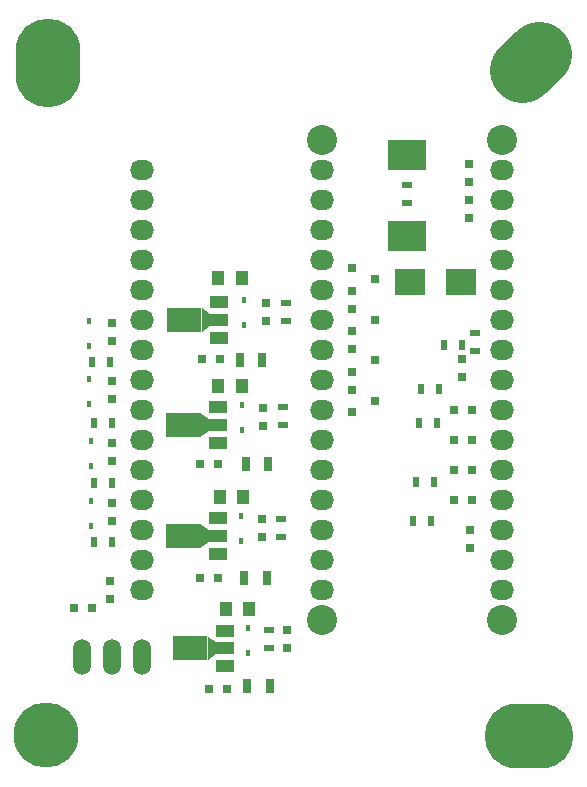
<source format=gbr>
G04 #@! TF.FileFunction,Soldermask,Top*
%FSLAX46Y46*%
G04 Gerber Fmt 4.6, Leading zero omitted, Abs format (unit mm)*
G04 Created by KiCad (PCBNEW 4.0.7) date 07/05/18 08:47:22*
%MOMM*%
%LPD*%
G01*
G04 APERTURE LIST*
%ADD10C,0.100000*%
%ADD11R,0.750000X0.800000*%
%ADD12R,0.800000X0.750000*%
%ADD13R,1.000000X1.250000*%
%ADD14R,3.299460X2.499360*%
%ADD15R,2.499360X2.301240*%
%ADD16R,0.800100X0.800100*%
%ADD17R,0.900000X0.500000*%
%ADD18R,0.700000X1.300000*%
%ADD19R,0.500000X0.900000*%
%ADD20R,1.501140X1.000760*%
%ADD21R,2.999740X1.998980*%
%ADD22O,2.032000X1.727200*%
%ADD23R,0.450000X0.590000*%
%ADD24C,2.540000*%
%ADD25O,1.506220X3.014980*%
%ADD26C,5.500000*%
%ADD27O,7.500000X5.500000*%
%ADD28C,5.500000*%
%ADD29O,5.500000X7.500000*%
G04 APERTURE END LIST*
D10*
D11*
X151892000Y-72251000D03*
X151892000Y-70751000D03*
X151892000Y-75299000D03*
X151892000Y-73799000D03*
X134747000Y-84062000D03*
X134747000Y-82562000D03*
D12*
X130798000Y-87249000D03*
X129298000Y-87249000D03*
D11*
X121666000Y-85713000D03*
X121666000Y-84213000D03*
D12*
X150634000Y-99187000D03*
X152134000Y-99187000D03*
D13*
X132699000Y-80391000D03*
X130699000Y-80391000D03*
D11*
X152019000Y-103239000D03*
X152019000Y-101739000D03*
D14*
X146685000Y-76807060D03*
X146685000Y-70004940D03*
D15*
X146949160Y-80772000D03*
X151246840Y-80772000D03*
D16*
X142001240Y-79568000D03*
X142001240Y-81468000D03*
X144000220Y-80518000D03*
D17*
X146685000Y-74029000D03*
X146685000Y-72529000D03*
X136398000Y-82562000D03*
X136398000Y-84062000D03*
D18*
X132527000Y-87376000D03*
X134427000Y-87376000D03*
D19*
X148705000Y-100965000D03*
X147205000Y-100965000D03*
X121527000Y-87503000D03*
X120027000Y-87503000D03*
D20*
X130756660Y-85448140D03*
X130756660Y-83947000D03*
X130756660Y-82445860D03*
D21*
X127805180Y-83947000D03*
D10*
G36*
X129279650Y-82946240D02*
X130028950Y-83446620D01*
X130028950Y-84447380D01*
X129279650Y-84947760D01*
X129279650Y-82946240D01*
X129279650Y-82946240D01*
G37*
D11*
X134493000Y-92952000D03*
X134493000Y-91452000D03*
D12*
X130671000Y-96139000D03*
X129171000Y-96139000D03*
D11*
X134366000Y-102350000D03*
X134366000Y-100850000D03*
D12*
X130671000Y-105791000D03*
X129171000Y-105791000D03*
D13*
X132699000Y-89535000D03*
X130699000Y-89535000D03*
X132826000Y-98933000D03*
X130826000Y-98933000D03*
D11*
X121666000Y-90666000D03*
X121666000Y-89166000D03*
X121666000Y-95873000D03*
X121666000Y-94373000D03*
D12*
X150634000Y-96647000D03*
X152134000Y-96647000D03*
X150634000Y-94107000D03*
X152134000Y-94107000D03*
D11*
X136550400Y-111707360D03*
X136550400Y-110207360D03*
D12*
X131433000Y-115189000D03*
X129933000Y-115189000D03*
D13*
X133334000Y-108458000D03*
X131334000Y-108458000D03*
D11*
X121666000Y-100953000D03*
X121666000Y-99453000D03*
D12*
X150634000Y-91567000D03*
X152134000Y-91567000D03*
D11*
X121539000Y-106057000D03*
X121539000Y-107557000D03*
D22*
X124206000Y-71247000D03*
X124206000Y-73787000D03*
X124206000Y-76327000D03*
X124206000Y-78867000D03*
X124206000Y-81407000D03*
X124206000Y-83947000D03*
X124206000Y-86487000D03*
X124206000Y-89027000D03*
X124206000Y-91567000D03*
X124206000Y-94107000D03*
X124206000Y-96647000D03*
X124206000Y-99187000D03*
X124206000Y-101727000D03*
X124206000Y-104267000D03*
X124206000Y-106807000D03*
D16*
X142001240Y-82997000D03*
X142001240Y-84897000D03*
X144000220Y-83947000D03*
X142001240Y-86426000D03*
X142001240Y-88326000D03*
X144000220Y-87376000D03*
D20*
X130629660Y-94338140D03*
X130629660Y-92837000D03*
X130629660Y-91335860D03*
D21*
X127678180Y-92837000D03*
D10*
G36*
X129152650Y-91836240D02*
X129901950Y-92336620D01*
X129901950Y-93337380D01*
X129152650Y-93837760D01*
X129152650Y-91836240D01*
X129152650Y-91836240D01*
G37*
D20*
X130629660Y-103736140D03*
X130629660Y-102235000D03*
X130629660Y-100733860D03*
D21*
X127678180Y-102235000D03*
D10*
G36*
X129152650Y-101234240D02*
X129901950Y-101734620D01*
X129901950Y-102735380D01*
X129152650Y-103235760D01*
X129152650Y-101234240D01*
X129152650Y-101234240D01*
G37*
D16*
X142001240Y-89855000D03*
X142001240Y-91755000D03*
X144000220Y-90805000D03*
D20*
X131264660Y-113261140D03*
X131264660Y-111760000D03*
X131264660Y-110258860D03*
D21*
X128313180Y-111760000D03*
D10*
G36*
X129787650Y-110759240D02*
X130536950Y-111259620D01*
X130536950Y-112260380D01*
X129787650Y-112760760D01*
X129787650Y-110759240D01*
X129787650Y-110759240D01*
G37*
D18*
X133035000Y-96139000D03*
X134935000Y-96139000D03*
X132908000Y-105791000D03*
X134808000Y-105791000D03*
D17*
X136144000Y-91325000D03*
X136144000Y-92825000D03*
X136017000Y-100850000D03*
X136017000Y-102350000D03*
D19*
X121654000Y-92710000D03*
X120154000Y-92710000D03*
X121654000Y-97790000D03*
X120154000Y-97790000D03*
X148959000Y-97663000D03*
X147459000Y-97663000D03*
X149213000Y-92710000D03*
X147713000Y-92710000D03*
D18*
X133162000Y-114935000D03*
X135062000Y-114935000D03*
D17*
X134995920Y-110242920D03*
X134995920Y-111742920D03*
D19*
X121654000Y-102743000D03*
X120154000Y-102743000D03*
X149340000Y-89789000D03*
X147840000Y-89789000D03*
D12*
X118508080Y-108315760D03*
X120008080Y-108315760D03*
D23*
X132842000Y-82257000D03*
X132842000Y-84367000D03*
X119761000Y-84035000D03*
X119761000Y-86145000D03*
X119761000Y-88988000D03*
X119761000Y-91098000D03*
X119888000Y-94195000D03*
X119888000Y-96305000D03*
X132715000Y-91147000D03*
X132715000Y-93257000D03*
X132588000Y-100545000D03*
X132588000Y-102655000D03*
X119888000Y-99275000D03*
X119888000Y-101385000D03*
X133223000Y-110070000D03*
X133223000Y-112180000D03*
D22*
X139446000Y-71247000D03*
X139446000Y-73787000D03*
X139446000Y-76327000D03*
X139446000Y-78867000D03*
X139446000Y-81407000D03*
X139446000Y-83947000D03*
X139446000Y-86487000D03*
X139446000Y-89027000D03*
X139446000Y-91567000D03*
X139446000Y-94107000D03*
X139446000Y-96647000D03*
X139446000Y-99187000D03*
X139446000Y-101727000D03*
X139446000Y-104267000D03*
X139446000Y-106807000D03*
X154686000Y-71247000D03*
X154686000Y-73787000D03*
X154686000Y-76327000D03*
X154686000Y-78867000D03*
X154686000Y-81407000D03*
X154686000Y-83947000D03*
X154686000Y-86487000D03*
X154686000Y-89027000D03*
X154686000Y-91567000D03*
X154686000Y-94107000D03*
X154686000Y-96647000D03*
X154686000Y-99187000D03*
X154686000Y-101727000D03*
X154686000Y-104267000D03*
X154686000Y-106807000D03*
D24*
X139446000Y-68707000D03*
X139446000Y-109347000D03*
X154686000Y-109347000D03*
X154686000Y-68707000D03*
D25*
X119126000Y-112522000D03*
X121666000Y-112522000D03*
X124206000Y-112522000D03*
D26*
X157861987Y-61406053D02*
X156447773Y-62820267D01*
D27*
X156966920Y-119161560D03*
D28*
X116144040Y-119100600D03*
D29*
X116276120Y-62174120D03*
D11*
X151302720Y-88761000D03*
X151302720Y-87261000D03*
D19*
X151311040Y-86070440D03*
X149811040Y-86070440D03*
D17*
X152400000Y-85102000D03*
X152400000Y-86602000D03*
M02*

</source>
